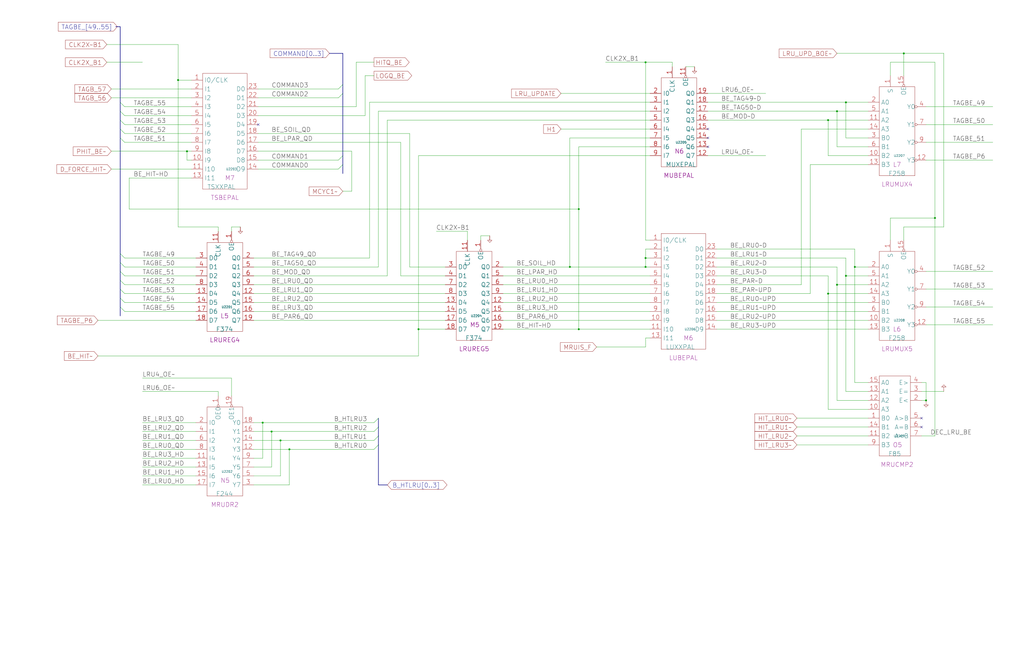
<source format=kicad_sch>
(kicad_sch (version 20230121) (generator eeschema)
  (paper "User" 584.2 378.46)
  (title_block (title "LRU LOGIC\\nPLANE B_EARLY") (date "08-MAR-90") (rev "0.0") (comment 1 "MEM32 BOARD") (comment 2 "232-003066") (comment 3 "S400") (comment 4 "RELEASED"))
  (lib_symbols
    (symbol "r1000:F244" (pin_names (offset 1.016))
      (property "Reference" "U" (at 2.54 5.08 0))
      (property "Value" "F244" (at -3.81 -7.62 0))
      (property "Location" "___" (at -1.27 0 0))
      (property "Name" "______" (at 1.27 -15.24 0))
      (symbol "F244_1_1"
        (rectangle (start -8.89 41.91) (end 11.43 -8.89))
        (circle (center -2.54 42.545) (radius 0.635))
        (circle (center 5.08 42.545) (radius 0.635))
        (pin input line (at -2.54 48.26 270) (length 5.08) (name "OE0") (number "1"))
        (pin input line (at -15.24 12.7 0) (length 6.35) (name "I4") (number "11"))
        (pin tri_state line (at 17.78 17.78 180) (length 6.35) (name "Y3") (number "12"))
        (pin input line (at -15.24 7.62 0) (length 6.35) (name "I5") (number "13"))
        (pin tri_state line (at 17.78 22.86 180) (length 6.35) (name "Y2") (number "14"))
        (pin input line (at -15.24 2.54 0) (length 6.35) (name "I6") (number "15"))
        (pin tri_state line (at 17.78 27.94 180) (length 6.35) (name "Y1") (number "16"))
        (pin input line (at -15.24 -2.54 0) (length 6.35) (name "I7") (number "17"))
        (pin tri_state line (at 17.78 33.02 180) (length 6.35) (name "Y0") (number "18"))
        (pin input line (at 5.08 48.26 270) (length 5.08) (name "OE1") (number "19"))
        (pin input line (at -15.24 33.02 0) (length 6.35) (name "I0") (number "2"))
        (pin tri_state line (at 17.78 -2.54 180) (length 6.35) (name "Y7") (number "3"))
        (pin input line (at -15.24 27.94 0) (length 6.35) (name "I1") (number "4"))
        (pin tri_state line (at 17.78 2.54 180) (length 6.35) (name "Y6") (number "5"))
        (pin input line (at -15.24 22.86 0) (length 6.35) (name "I2") (number "6"))
        (pin tri_state line (at 17.78 7.62 180) (length 6.35) (name "Y5") (number "7"))
        (pin input line (at -15.24 17.78 0) (length 6.35) (name "I3") (number "8"))
        (pin tri_state line (at 17.78 12.7 180) (length 6.35) (name "Y4") (number "9"))
      )
    )
    (symbol "r1000:F258" (pin_names (offset 1.016))
      (property "Reference" "U" (at 2.54 5.08 0))
      (property "Value" "F258" (at -3.81 -5.08 0))
      (property "Location" "___" (at -1.27 0 0))
      (property "Name" "______" (at 1.27 -12.7 0))
      (symbol "F258_1_1"
        (rectangle (start -8.89 44.45) (end 11.43 -6.35))
        (circle (center 5.08 45.085) (radius 0.635))
        (circle (center 12.065 2.54) (radius 0.635))
        (circle (center 12.065 12.7) (radius 0.635))
        (circle (center 12.065 22.86) (radius 0.635))
        (circle (center 12.065 33.02) (radius 0.635))
        (pin input line (at -2.54 50.8 270) (length 6.35) (name "S") (number "1"))
        (pin input line (at -15.24 5.08 0) (length 6.35) (name "B2") (number "10"))
        (pin input line (at -15.24 25.4 0) (length 6.35) (name "A2") (number "11"))
        (pin tri_state line (at 17.78 2.54 180) (length 5.08) (name "Y3") (number "12"))
        (pin input line (at -15.24 0 0) (length 6.35) (name "B3") (number "13"))
        (pin input line (at -15.24 20.32 0) (length 6.35) (name "A3") (number "14"))
        (pin input line (at 5.08 50.8 270) (length 5.08) (name "OE") (number "15"))
        (pin input line (at -15.24 35.56 0) (length 6.35) (name "A0") (number "2"))
        (pin input line (at -15.24 15.24 0) (length 6.35) (name "B0") (number "3"))
        (pin tri_state line (at 17.78 33.02 180) (length 5.08) (name "Y0") (number "4"))
        (pin input line (at -15.24 30.48 0) (length 6.35) (name "A1") (number "5"))
        (pin input line (at -15.24 10.16 0) (length 6.35) (name "B1") (number "6"))
        (pin tri_state line (at 17.78 22.86 180) (length 5.08) (name "Y1") (number "7"))
        (pin tri_state line (at 17.78 12.7 180) (length 5.08) (name "Y2") (number "9"))
      )
    )
    (symbol "r1000:F374" (pin_names (offset 1.016))
      (property "Reference" "U" (at 2.54 5.08 0))
      (property "Value" "F374" (at -3.81 -7.62 0))
      (property "Location" "___" (at -1.27 0 0))
      (property "Name" "______" (at 1.27 -15.24 0))
      (symbol "F374_1_1"
        (rectangle (start -8.89 41.91) (end 11.43 -8.89))
        (circle (center 5.08 42.545) (radius 0.635))
        (pin input line (at 5.08 48.26 270) (length 5.08) (name "OE") (number "1"))
        (pin input line (at -2.54 48.26 270) (length 6.35) (name "CLK") (number "11"))
        (pin tri_state line (at 17.78 12.7 180) (length 6.35) (name "Q4") (number "12"))
        (pin input line (at -15.24 12.7 0) (length 6.35) (name "D4") (number "13"))
        (pin input line (at -15.24 7.62 0) (length 6.35) (name "D5") (number "14"))
        (pin tri_state line (at 17.78 7.62 180) (length 6.35) (name "Q5") (number "15"))
        (pin tri_state line (at 17.78 2.54 180) (length 6.35) (name "Q6") (number "16"))
        (pin input line (at -15.24 2.54 0) (length 6.35) (name "D6") (number "17"))
        (pin input line (at -15.24 -2.54 0) (length 6.35) (name "D7") (number "18"))
        (pin tri_state line (at 17.78 -2.54 180) (length 6.35) (name "Q7") (number "19"))
        (pin tri_state line (at 17.78 33.02 180) (length 6.35) (name "Q0") (number "2"))
        (pin input line (at -15.24 33.02 0) (length 6.35) (name "D0") (number "3"))
        (pin input line (at -15.24 27.94 0) (length 6.35) (name "D1") (number "4"))
        (pin tri_state line (at 17.78 27.94 180) (length 6.35) (name "Q1") (number "5"))
        (pin tri_state line (at 17.78 22.86 180) (length 6.35) (name "Q2") (number "6"))
        (pin input line (at -15.24 22.86 0) (length 6.35) (name "D2") (number "7"))
        (pin input line (at -15.24 17.78 0) (length 6.35) (name "D3") (number "8"))
        (pin tri_state line (at 17.78 17.78 180) (length 6.35) (name "Q3") (number "9"))
      )
    )
    (symbol "r1000:F85" (pin_names (offset 1.016))
      (property "Reference" "U" (at 2.54 5.08 0))
      (property "Value" "F85" (at -3.81 -5.08 0))
      (property "Location" "___" (at -1.27 0 0))
      (property "Name" "______" (at 1.27 -12.7 0))
      (symbol "F85_1_1"
        (rectangle (start -8.89 39.37) (end 8.89 -6.35))
        (pin input line (at -15.24 15.24 0) (length 6.35) (name "B0") (number "1"))
        (pin input line (at -15.24 20.32 0) (length 6.35) (name "A3") (number "10"))
        (pin input line (at -15.24 5.08 0) (length 6.35) (name "B2") (number "11"))
        (pin input line (at -15.24 25.4 0) (length 6.35) (name "A2") (number "12"))
        (pin input line (at -15.24 30.48 0) (length 6.35) (name "A1") (number "13"))
        (pin input line (at -15.24 10.16 0) (length 6.35) (name "B1") (number "14"))
        (pin input line (at -15.24 35.56 0) (length 6.35) (name "A0") (number "15"))
        (pin input line (at 15.24 25.4 180) (length 6.35) (name "E<") (number "2"))
        (pin input line (at 15.24 30.48 180) (length 6.35) (name "E=") (number "3"))
        (pin input line (at 15.24 35.56 180) (length 6.35) (name "E>") (number "4"))
        (pin output line (at 15.24 15.24 180) (length 6.35) (name "A>B") (number "5"))
        (pin output line (at 15.24 10.16 180) (length 6.35) (name "A=B") (number "6"))
        (pin output line (at 15.24 5.08 180) (length 6.35) (name "A<B") (number "7"))
        (pin input line (at -15.24 0 0) (length 6.35) (name "B3") (number "9"))
      )
    )
    (symbol "r1000:LUXXPAL" (pin_names (offset 1.016))
      (property "Reference" "U" (at 2.54 5.08 0))
      (property "Value" "LUXXPAL" (at -11.43 -5.08 0))
      (property "Location" "___" (at -1.27 0 0))
      (property "Name" "______" (at -1.27 -12.7 0))
      (symbol "LUXXPAL_1_1"
        (rectangle (start -13.97 59.69) (end 11.43 -6.35))
        (pin input line (at -20.32 55.88 0) (length 6.35) (name "I0/CLK") (number "1"))
        (pin input line (at -20.32 10.16 0) (length 6.35) (name "I9") (number "10"))
        (pin input line (at -20.32 5.08 0) (length 6.35) (name "I10") (number "11"))
        (pin input line (at -20.32 0 0) (length 6.35) (name "I11") (number "13"))
        (pin output line (at 17.78 5.08 180) (length 6.35) (name "D9") (number "14"))
        (pin output line (at 17.78 10.16 180) (length 6.35) (name "D8") (number "15"))
        (pin output line (at 17.78 15.24 180) (length 6.35) (name "D7") (number "16"))
        (pin output line (at 17.78 20.32 180) (length 6.35) (name "D6") (number "17"))
        (pin output line (at 17.78 25.4 180) (length 6.35) (name "D5") (number "18"))
        (pin output line (at 17.78 30.48 180) (length 6.35) (name "D4") (number "19"))
        (pin input line (at -20.32 50.8 0) (length 6.35) (name "I1") (number "2"))
        (pin output line (at 17.78 35.56 180) (length 6.35) (name "D3") (number "20"))
        (pin output line (at 17.78 40.64 180) (length 6.35) (name "D2") (number "21"))
        (pin output line (at 17.78 45.72 180) (length 6.35) (name "D1") (number "22"))
        (pin output line (at 17.78 50.8 180) (length 6.35) (name "D0") (number "23"))
        (pin input line (at -20.32 45.72 0) (length 6.35) (name "I2") (number "3"))
        (pin input line (at -20.32 40.64 0) (length 6.35) (name "I3") (number "4"))
        (pin input line (at -20.32 35.56 0) (length 6.35) (name "I4") (number "5"))
        (pin input line (at -20.32 30.48 0) (length 6.35) (name "I5") (number "6"))
        (pin input line (at -20.32 25.4 0) (length 6.35) (name "I6") (number "7"))
        (pin input line (at -20.32 20.32 0) (length 6.35) (name "I7") (number "8"))
        (pin input line (at -20.32 15.24 0) (length 6.35) (name "I8") (number "9"))
      )
    )
    (symbol "r1000:MUXEPAL" (pin_names (offset 1.016))
      (property "Reference" "U" (at 2.54 5.08 0))
      (property "Value" "MUXEPAL" (at -6.35 -7.62 0))
      (property "Location" "___" (at -1.27 0 0))
      (property "Name" "______" (at 1.27 -15.24 0))
      (symbol "MUXEPAL_1_1"
        (rectangle (start -8.89 41.91) (end 11.43 -8.89))
        (circle (center 5.08 42.545) (radius 0.635))
        (pin input line (at -2.54 48.26 270) (length 6.35) (name "CLK") (number "1"))
        (pin input line (at 5.08 48.26 270) (length 5.08) (name "OE") (number "11"))
        (pin output line (at 17.78 -2.54 180) (length 6.35) (name "Q7") (number "12"))
        (pin output line (at 17.78 2.54 180) (length 6.35) (name "Q6") (number "13"))
        (pin output line (at 17.78 7.62 180) (length 6.35) (name "Q5") (number "14"))
        (pin output line (at 17.78 12.7 180) (length 6.35) (name "Q4") (number "15"))
        (pin output line (at 17.78 17.78 180) (length 6.35) (name "Q3") (number "16"))
        (pin output line (at 17.78 22.86 180) (length 6.35) (name "Q2") (number "17"))
        (pin output line (at 17.78 27.94 180) (length 6.35) (name "Q1") (number "18"))
        (pin output line (at 17.78 33.02 180) (length 6.35) (name "Q0") (number "19"))
        (pin input line (at -15.24 33.02 0) (length 6.35) (name "I0") (number "2"))
        (pin input line (at -15.24 27.94 0) (length 6.35) (name "I1") (number "3"))
        (pin input line (at -15.24 22.86 0) (length 6.35) (name "I2") (number "4"))
        (pin input line (at -15.24 17.78 0) (length 6.35) (name "I3") (number "5"))
        (pin input line (at -15.24 12.7 0) (length 6.35) (name "I4") (number "6"))
        (pin input line (at -15.24 7.62 0) (length 6.35) (name "I5") (number "7"))
        (pin input line (at -15.24 2.54 0) (length 6.35) (name "I6") (number "8"))
        (pin input line (at -15.24 -2.54 0) (length 6.35) (name "I7") (number "9"))
      )
    )
    (symbol "r1000:PD" (power) (pin_numbers hide) (pin_names hide) (in_bom no)
      (symbol "PD_0_1"
        (polyline (pts (xy 0 -2.54) (xy 1.27 -2.54) (xy 0 -3.81) (xy -1.27 -2.54) (xy 0 -2.54)) (stroke (width 0.1524)))
      )
      (symbol "PD_1_1"
        (pin power_in line (at 0 0 270) (length 2.54) (name "PD") (number "1"))
      )
    )
    (symbol "r1000:PU" (power) (pin_numbers hide) (pin_names hide)
      (symbol "PU_0_1"
        (polyline (pts (xy 0 2.54) (xy -1.27 2.54) (xy 0 3.81) (xy 1.27 2.54) (xy 0 2.54)) (stroke (width 0.1524)))
      )
      (symbol "PU_1_1"
        (pin power_in line (at 0 0 90) (length 2.54) (name "PU") (number "1"))
      )
    )
    (symbol "r1000:TSXXPAL" (pin_names (offset 1.016))
      (property "Reference" "U" (at 2.54 5.08 0))
      (property "Value" "TSXXPAL" (at -11.43 -5.08 0))
      (property "Location" "___" (at -1.27 0 0))
      (property "Name" "______" (at -1.27 -12.7 0))
      (symbol "TSXXPAL_1_1"
        (rectangle (start -13.97 59.69) (end 11.43 -6.35))
        (pin input line (at -20.32 55.88 0) (length 6.35) (name "I0/CLK") (number "1"))
        (pin input line (at -20.32 10.16 0) (length 6.35) (name "I9") (number "10"))
        (pin input line (at -20.32 5.08 0) (length 6.35) (name "I10") (number "11"))
        (pin input line (at -20.32 0 0) (length 6.35) (name "I11") (number "13"))
        (pin input line (at 17.78 5.08 180) (length 6.35) (name "D9") (number "14"))
        (pin input line (at 17.78 10.16 180) (length 6.35) (name "D8") (number "15"))
        (pin input line (at 17.78 15.24 180) (length 6.35) (name "D7") (number "16"))
        (pin output line (at 17.78 20.32 180) (length 6.35) (name "D6") (number "17"))
        (pin output line (at 17.78 25.4 180) (length 6.35) (name "D5") (number "18"))
        (pin output line (at 17.78 30.48 180) (length 6.35) (name "D4") (number "19"))
        (pin input line (at -20.32 50.8 0) (length 6.35) (name "I1") (number "2"))
        (pin output line (at 17.78 35.56 180) (length 6.35) (name "D3") (number "20"))
        (pin output line (at 17.78 40.64 180) (length 6.35) (name "D2") (number "21"))
        (pin input line (at 17.78 45.72 180) (length 6.35) (name "D1") (number "22"))
        (pin input line (at 17.78 50.8 180) (length 6.35) (name "D0") (number "23"))
        (pin input line (at -20.32 45.72 0) (length 6.35) (name "I2") (number "3"))
        (pin input line (at -20.32 40.64 0) (length 6.35) (name "I3") (number "4"))
        (pin input line (at -20.32 35.56 0) (length 6.35) (name "I4") (number "5"))
        (pin input line (at -20.32 30.48 0) (length 6.35) (name "I5") (number "6"))
        (pin input line (at -20.32 25.4 0) (length 6.35) (name "I6") (number "7"))
        (pin input line (at -20.32 20.32 0) (length 6.35) (name "I7") (number "8"))
        (pin input line (at -20.32 15.24 0) (length 6.35) (name "I8") (number "9"))
      )
    )
  )
  (junction (at 368.3 152.4))
  (junction (at 472.44 167.64))
  (junction (at 160.02 251.46))
  (junction (at 533.4 124.46))
  (junction (at 368.3 35.56))
  (junction (at 515.62 30.48))
  (junction (at 101.6 45.72))
  (junction (at 477.52 162.56))
  (junction (at 472.44 68.58))
  (junction (at 325.12 152.4))
  (junction (at 149.86 241.3))
  (junction (at 154.94 246.38))
  (junction (at 477.52 63.5))
  (junction (at 106.68 86.36))
  (junction (at 238.76 187.96))
  (junction (at 487.68 152.4))
  (junction (at 330.2 119.38))
  (junction (at 330.2 187.96))
  (junction (at 165.1 256.54))
  (junction (at 528.32 228.6))
  (junction (at 368.3 147.32))
  (junction (at 482.6 157.48))
  (junction (at 482.6 58.42))
  (no_connect (at 147.32 71.12))
  (no_connect (at 525.78 243.84))
  (no_connect (at 403.86 78.74))
  (no_connect (at 403.86 83.82))
  (no_connect (at 403.86 73.66))
  (no_connect (at 525.78 238.76))
  (bus_entry (at 68.58 144.78) (size 2.54 2.54))
  (bus_entry (at 195.58 48.26) (size -2.54 2.54))
  (bus_entry (at 68.58 68.58) (size 2.54 2.54))
  (bus_entry (at 68.58 149.86) (size 2.54 2.54))
  (bus_entry (at 68.58 78.74) (size 2.54 2.54))
  (bus_entry (at 195.58 53.34) (size -2.54 2.54))
  (bus_entry (at 68.58 175.26) (size 2.54 2.54))
  (bus_entry (at 215.9 254) (size -2.54 2.54))
  (bus_entry (at 68.58 170.18) (size 2.54 2.54))
  (bus_entry (at 195.58 93.98) (size -2.54 2.54))
  (bus_entry (at 68.58 58.42) (size 2.54 2.54))
  (bus_entry (at 215.9 238.76) (size -2.54 2.54))
  (bus_entry (at 68.58 73.66) (size 2.54 2.54))
  (bus_entry (at 68.58 63.5) (size 2.54 2.54))
  (bus_entry (at 195.58 88.9) (size -2.54 2.54))
  (bus_entry (at 68.58 154.94) (size 2.54 2.54))
  (bus_entry (at 68.58 160.02) (size 2.54 2.54))
  (bus_entry (at 215.9 243.84) (size -2.54 2.54))
  (bus_entry (at 68.58 165.1) (size 2.54 2.54))
  (bus_entry (at 215.9 248.92) (size -2.54 2.54))
  (wire (pts (xy 340.36 198.12) (xy 368.3 198.12)))
  (wire (pts (xy 528.32 175.26) (xy 566.42 175.26)))
  (wire (pts (xy 487.68 142.24) (xy 487.68 152.4)))
  (wire (pts (xy 482.6 147.32) (xy 408.94 147.32)))
  (wire (pts (xy 528.32 60.96) (xy 566.42 60.96)))
  (wire (pts (xy 325.12 152.4) (xy 325.12 78.74)))
  (wire (pts (xy 538.48 129.54) (xy 538.48 30.48)))
  (wire (pts (xy 487.68 152.4) (xy 495.3 152.4)))
  (wire (pts (xy 345.44 35.56) (xy 368.3 35.56)))
  (wire (pts (xy 147.32 76.2) (xy 233.68 76.2)))
  (wire (pts (xy 165.1 276.86) (xy 165.1 256.54)))
  (wire (pts (xy 528.32 81.28) (xy 566.42 81.28)))
  (wire (pts (xy 330.2 83.82) (xy 370.84 83.82)))
  (wire (pts (xy 403.86 88.9) (xy 436.88 88.9)))
  (bus (pts (xy 195.58 93.98) (xy 195.58 99.06)))
  (wire (pts (xy 144.78 241.3) (xy 149.86 241.3)))
  (wire (pts (xy 408.94 167.64) (xy 462.28 167.64)))
  (bus (pts (xy 68.58 160.02) (xy 68.58 165.1)))
  (wire (pts (xy 320.04 73.66) (xy 370.84 73.66)))
  (wire (pts (xy 462.28 93.98) (xy 495.3 93.98)))
  (wire (pts (xy 368.3 147.32) (xy 368.3 152.4)))
  (wire (pts (xy 266.7 132.08) (xy 266.7 137.16)))
  (wire (pts (xy 60.96 35.56) (xy 81.28 35.56)))
  (wire (pts (xy 210.82 147.32) (xy 144.78 147.32)))
  (wire (pts (xy 477.52 63.5) (xy 477.52 83.82)))
  (wire (pts (xy 482.6 58.42) (xy 495.3 58.42)))
  (wire (pts (xy 454.66 238.76) (xy 495.3 238.76)))
  (wire (pts (xy 383.54 35.56) (xy 383.54 38.1)))
  (wire (pts (xy 287.02 187.96) (xy 330.2 187.96)))
  (wire (pts (xy 408.94 142.24) (xy 487.68 142.24)))
  (bus (pts (xy 68.58 165.1) (xy 68.58 170.18)))
  (wire (pts (xy 495.3 73.66) (xy 457.2 73.66)))
  (bus (pts (xy 68.58 68.58) (xy 68.58 73.66)))
  (wire (pts (xy 454.66 243.84) (xy 495.3 243.84)))
  (wire (pts (xy 370.84 137.16) (xy 368.3 137.16)))
  (wire (pts (xy 228.6 157.48) (xy 228.6 81.28)))
  (wire (pts (xy 482.6 157.48) (xy 482.6 147.32)))
  (wire (pts (xy 203.2 35.56) (xy 213.36 35.56)))
  (wire (pts (xy 71.12 76.2) (xy 109.22 76.2)))
  (wire (pts (xy 477.52 152.4) (xy 477.52 162.56)))
  (wire (pts (xy 215.9 63.5) (xy 370.84 63.5)))
  (wire (pts (xy 408.94 187.96) (xy 495.3 187.96)))
  (bus (pts (xy 68.58 149.86) (xy 68.58 154.94)))
  (wire (pts (xy 63.5 96.52) (xy 109.22 96.52)))
  (wire (pts (xy 462.28 167.64) (xy 462.28 93.98)))
  (wire (pts (xy 477.52 30.48) (xy 515.62 30.48)))
  (bus (pts (xy 195.58 53.34) (xy 195.58 88.9)))
  (wire (pts (xy 368.3 152.4) (xy 370.84 152.4)))
  (wire (pts (xy 368.3 193.04) (xy 370.84 193.04)))
  (wire (pts (xy 144.78 177.8) (xy 254 177.8)))
  (wire (pts (xy 330.2 187.96) (xy 370.84 187.96)))
  (wire (pts (xy 144.78 251.46) (xy 160.02 251.46)))
  (wire (pts (xy 160.02 251.46) (xy 213.36 251.46)))
  (wire (pts (xy 144.78 271.78) (xy 160.02 271.78)))
  (wire (pts (xy 144.78 266.7) (xy 154.94 266.7)))
  (wire (pts (xy 154.94 246.38) (xy 213.36 246.38)))
  (wire (pts (xy 73.66 101.6) (xy 109.22 101.6)))
  (wire (pts (xy 106.68 86.36) (xy 109.22 86.36)))
  (wire (pts (xy 477.52 162.56) (xy 477.52 228.6)))
  (wire (pts (xy 81.28 246.38) (xy 111.76 246.38)))
  (wire (pts (xy 144.78 276.86) (xy 165.1 276.86)))
  (wire (pts (xy 165.1 256.54) (xy 213.36 256.54)))
  (wire (pts (xy 477.52 63.5) (xy 495.3 63.5)))
  (wire (pts (xy 508 124.46) (xy 508 137.16)))
  (wire (pts (xy 325.12 152.4) (xy 368.3 152.4)))
  (wire (pts (xy 482.6 223.52) (xy 482.6 157.48)))
  (bus (pts (xy 68.58 15.24) (xy 68.58 58.42)))
  (wire (pts (xy 454.66 254) (xy 495.3 254)))
  (wire (pts (xy 71.12 167.64) (xy 111.76 167.64)))
  (wire (pts (xy 528.32 165.1) (xy 566.42 165.1)))
  (wire (pts (xy 81.28 276.86) (xy 111.76 276.86)))
  (wire (pts (xy 81.28 215.9) (xy 132.08 215.9)))
  (wire (pts (xy 287.02 152.4) (xy 325.12 152.4)))
  (wire (pts (xy 71.12 66.04) (xy 109.22 66.04)))
  (wire (pts (xy 403.86 68.58) (xy 472.44 68.58)))
  (bus (pts (xy 187.96 30.48) (xy 195.58 30.48)))
  (bus (pts (xy 215.9 238.76) (xy 215.9 243.84)))
  (wire (pts (xy 330.2 119.38) (xy 330.2 83.82)))
  (wire (pts (xy 248.92 132.08) (xy 266.7 132.08)))
  (wire (pts (xy 200.66 109.22) (xy 200.66 86.36)))
  (wire (pts (xy 528.32 71.12) (xy 566.42 71.12)))
  (bus (pts (xy 215.9 243.84) (xy 215.9 248.92)))
  (wire (pts (xy 144.78 162.56) (xy 254 162.56)))
  (wire (pts (xy 63.5 55.88) (xy 109.22 55.88)))
  (wire (pts (xy 144.78 182.88) (xy 254 182.88)))
  (wire (pts (xy 81.28 261.62) (xy 111.76 261.62)))
  (wire (pts (xy 454.66 248.92) (xy 495.3 248.92)))
  (wire (pts (xy 274.32 134.62) (xy 274.32 137.16)))
  (wire (pts (xy 124.46 129.54) (xy 101.6 129.54)))
  (wire (pts (xy 320.04 53.34) (xy 370.84 53.34)))
  (wire (pts (xy 144.78 246.38) (xy 154.94 246.38)))
  (wire (pts (xy 124.46 132.08) (xy 124.46 129.54)))
  (wire (pts (xy 71.12 81.28) (xy 109.22 81.28)))
  (bus (pts (xy 68.58 170.18) (xy 68.58 175.26)))
  (wire (pts (xy 154.94 266.7) (xy 154.94 246.38)))
  (wire (pts (xy 482.6 157.48) (xy 495.3 157.48)))
  (wire (pts (xy 330.2 187.96) (xy 330.2 119.38)))
  (wire (pts (xy 508 35.56) (xy 508 43.18)))
  (wire (pts (xy 81.28 271.78) (xy 111.76 271.78)))
  (wire (pts (xy 391.16 38.1) (xy 396.24 38.1)))
  (wire (pts (xy 144.78 152.4) (xy 215.9 152.4)))
  (bus (pts (xy 68.58 58.42) (xy 68.58 63.5)))
  (wire (pts (xy 287.02 172.72) (xy 370.84 172.72)))
  (wire (pts (xy 101.6 25.4) (xy 101.6 45.72)))
  (wire (pts (xy 71.12 147.32) (xy 111.76 147.32)))
  (wire (pts (xy 495.3 233.68) (xy 472.44 233.68)))
  (wire (pts (xy 238.76 203.2) (xy 238.76 187.96)))
  (wire (pts (xy 101.6 45.72) (xy 109.22 45.72)))
  (wire (pts (xy 220.98 68.58) (xy 220.98 157.48)))
  (wire (pts (xy 147.32 60.96) (xy 203.2 60.96)))
  (wire (pts (xy 147.32 55.88) (xy 193.04 55.88)))
  (wire (pts (xy 368.3 142.24) (xy 368.3 147.32)))
  (wire (pts (xy 477.52 228.6) (xy 495.3 228.6)))
  (wire (pts (xy 457.2 73.66) (xy 457.2 162.56)))
  (wire (pts (xy 525.78 223.52) (xy 538.48 223.52)))
  (wire (pts (xy 71.12 71.12) (xy 109.22 71.12)))
  (wire (pts (xy 525.78 218.44) (xy 528.32 218.44)))
  (wire (pts (xy 149.86 261.62) (xy 149.86 241.3)))
  (wire (pts (xy 487.68 218.44) (xy 495.3 218.44)))
  (bus (pts (xy 68.58 144.78) (xy 68.58 149.86)))
  (wire (pts (xy 495.3 88.9) (xy 472.44 88.9)))
  (wire (pts (xy 287.02 157.48) (xy 370.84 157.48)))
  (wire (pts (xy 254 157.48) (xy 228.6 157.48)))
  (wire (pts (xy 71.12 162.56) (xy 111.76 162.56)))
  (wire (pts (xy 213.36 43.18) (xy 208.28 43.18)))
  (bus (pts (xy 66.04 15.24) (xy 68.58 15.24)))
  (wire (pts (xy 370.84 58.42) (xy 210.82 58.42)))
  (wire (pts (xy 408.94 162.56) (xy 457.2 162.56)))
  (bus (pts (xy 68.58 175.26) (xy 68.58 180.34)))
  (wire (pts (xy 370.84 142.24) (xy 368.3 142.24)))
  (wire (pts (xy 238.76 187.96) (xy 254 187.96)))
  (wire (pts (xy 144.78 261.62) (xy 149.86 261.62)))
  (wire (pts (xy 71.12 152.4) (xy 111.76 152.4)))
  (wire (pts (xy 144.78 172.72) (xy 254 172.72)))
  (wire (pts (xy 63.5 86.36) (xy 106.68 86.36)))
  (wire (pts (xy 287.02 167.64) (xy 370.84 167.64)))
  (wire (pts (xy 81.28 266.7) (xy 111.76 266.7)))
  (wire (pts (xy 330.2 119.38) (xy 73.66 119.38)))
  (wire (pts (xy 160.02 271.78) (xy 160.02 251.46)))
  (wire (pts (xy 147.32 50.8) (xy 193.04 50.8)))
  (wire (pts (xy 370.84 68.58) (xy 220.98 68.58)))
  (wire (pts (xy 228.6 81.28) (xy 147.32 81.28)))
  (wire (pts (xy 472.44 88.9) (xy 472.44 68.58)))
  (wire (pts (xy 71.12 60.96) (xy 109.22 60.96)))
  (wire (pts (xy 408.94 172.72) (xy 495.3 172.72)))
  (bus (pts (xy 195.58 88.9) (xy 195.58 93.98)))
  (wire (pts (xy 368.3 35.56) (xy 383.54 35.56)))
  (wire (pts (xy 515.62 129.54) (xy 538.48 129.54)))
  (wire (pts (xy 528.32 154.94) (xy 566.42 154.94)))
  (wire (pts (xy 149.86 241.3) (xy 213.36 241.3)))
  (wire (pts (xy 472.44 167.64) (xy 472.44 157.48)))
  (wire (pts (xy 368.3 35.56) (xy 368.3 137.16)))
  (wire (pts (xy 287.02 162.56) (xy 370.84 162.56)))
  (wire (pts (xy 81.28 241.3) (xy 111.76 241.3)))
  (wire (pts (xy 106.68 91.44) (xy 106.68 86.36)))
  (wire (pts (xy 533.4 248.92) (xy 533.4 124.46)))
  (wire (pts (xy 147.32 96.52) (xy 193.04 96.52)))
  (wire (pts (xy 472.44 233.68) (xy 472.44 167.64)))
  (wire (pts (xy 279.4 134.62) (xy 274.32 134.62)))
  (wire (pts (xy 525.78 248.92) (xy 533.4 248.92)))
  (wire (pts (xy 60.96 25.4) (xy 101.6 25.4)))
  (wire (pts (xy 215.9 152.4) (xy 215.9 63.5)))
  (wire (pts (xy 495.3 223.52) (xy 482.6 223.52)))
  (wire (pts (xy 220.98 157.48) (xy 144.78 157.48)))
  (wire (pts (xy 63.5 50.8) (xy 109.22 50.8)))
  (wire (pts (xy 408.94 152.4) (xy 477.52 152.4)))
  (wire (pts (xy 472.44 167.64) (xy 495.3 167.64)))
  (wire (pts (xy 495.3 78.74) (xy 482.6 78.74)))
  (wire (pts (xy 528.32 185.42) (xy 566.42 185.42)))
  (wire (pts (xy 210.82 58.42) (xy 210.82 147.32)))
  (bus (pts (xy 195.58 48.26) (xy 195.58 53.34)))
  (wire (pts (xy 73.66 119.38) (xy 73.66 101.6)))
  (bus (pts (xy 68.58 154.94) (xy 68.58 160.02)))
  (wire (pts (xy 515.62 30.48) (xy 515.62 43.18)))
  (wire (pts (xy 101.6 45.72) (xy 101.6 129.54)))
  (bus (pts (xy 68.58 63.5) (xy 68.58 68.58)))
  (wire (pts (xy 147.32 91.44) (xy 193.04 91.44)))
  (wire (pts (xy 533.4 35.56) (xy 508 35.56)))
  (wire (pts (xy 144.78 256.54) (xy 165.1 256.54)))
  (wire (pts (xy 477.52 162.56) (xy 495.3 162.56)))
  (wire (pts (xy 238.76 88.9) (xy 238.76 187.96)))
  (wire (pts (xy 368.3 147.32) (xy 370.84 147.32)))
  (bus (pts (xy 195.58 30.48) (xy 195.58 48.26)))
  (wire (pts (xy 472.44 157.48) (xy 408.94 157.48)))
  (wire (pts (xy 472.44 68.58) (xy 495.3 68.58)))
  (wire (pts (xy 124.46 223.52) (xy 124.46 226.06)))
  (wire (pts (xy 403.86 53.34) (xy 436.88 53.34)))
  (wire (pts (xy 528.32 218.44) (xy 528.32 228.6)))
  (wire (pts (xy 81.28 256.54) (xy 111.76 256.54)))
  (bus (pts (xy 68.58 78.74) (xy 68.58 144.78)))
  (wire (pts (xy 408.94 177.8) (xy 495.3 177.8)))
  (wire (pts (xy 233.68 152.4) (xy 254 152.4)))
  (wire (pts (xy 487.68 152.4) (xy 487.68 218.44)))
  (bus (pts (xy 68.58 73.66) (xy 68.58 78.74)))
  (wire (pts (xy 132.08 215.9) (xy 132.08 226.06)))
  (wire (pts (xy 203.2 60.96) (xy 203.2 35.56)))
  (wire (pts (xy 233.68 76.2) (xy 233.68 152.4)))
  (wire (pts (xy 144.78 167.64) (xy 254 167.64)))
  (wire (pts (xy 403.86 63.5) (xy 477.52 63.5)))
  (wire (pts (xy 71.12 157.48) (xy 111.76 157.48)))
  (wire (pts (xy 132.08 129.54) (xy 132.08 132.08)))
  (wire (pts (xy 208.28 66.04) (xy 147.32 66.04)))
  (wire (pts (xy 325.12 78.74) (xy 370.84 78.74)))
  (wire (pts (xy 109.22 91.44) (xy 106.68 91.44)))
  (wire (pts (xy 515.62 30.48) (xy 538.48 30.48)))
  (wire (pts (xy 287.02 182.88) (xy 370.84 182.88)))
  (wire (pts (xy 408.94 182.88) (xy 495.3 182.88)))
  (wire (pts (xy 515.62 137.16) (xy 515.62 129.54)))
  (wire (pts (xy 482.6 58.42) (xy 482.6 78.74)))
  (bus (pts (xy 215.9 248.92) (xy 215.9 254)))
  (wire (pts (xy 533.4 124.46) (xy 533.4 35.56)))
  (wire (pts (xy 55.88 203.2) (xy 238.76 203.2)))
  (wire (pts (xy 195.58 109.22) (xy 200.66 109.22)))
  (wire (pts (xy 71.12 177.8) (xy 111.76 177.8)))
  (wire (pts (xy 533.4 124.46) (xy 508 124.46)))
  (wire (pts (xy 208.28 43.18) (xy 208.28 66.04)))
  (wire (pts (xy 525.78 228.6) (xy 528.32 228.6)))
  (wire (pts (xy 477.52 83.82) (xy 495.3 83.82)))
  (wire (pts (xy 137.16 129.54) (xy 132.08 129.54)))
  (wire (pts (xy 287.02 177.8) (xy 370.84 177.8)))
  (bus (pts (xy 215.9 276.86) (xy 220.98 276.86)))
  (wire (pts (xy 403.86 58.42) (xy 482.6 58.42)))
  (wire (pts (xy 200.66 86.36) (xy 147.32 86.36)))
  (wire (pts (xy 71.12 172.72) (xy 111.76 172.72)))
  (wire (pts (xy 370.84 88.9) (xy 238.76 88.9)))
  (wire (pts (xy 81.28 251.46) (xy 111.76 251.46)))
  (wire (pts (xy 368.3 198.12) (xy 368.3 193.04)))
  (bus (pts (xy 215.9 254) (xy 215.9 276.86)))
  (wire (pts (xy 55.88 182.88) (xy 111.76 182.88)))
  (wire (pts (xy 81.28 223.52) (xy 124.46 223.52)))
  (wire (pts (xy 528.32 91.44) (xy 566.42 91.44)))
  (label "LRU4_OE~" (at 81.28 215.9 0) (effects (font (size 2.54 2.54))))
  (label "BE_LRU3_HD" (at 294.64 177.8 0) (effects (font (size 2.54 2.54))))
  (label "BE_LRU0_QD" (at 81.28 256.54 0) (effects (font (size 2.54 2.54))))
  (label "BE_HIT~HD" (at 294.64 187.96 0) (effects (font (size 2.54 2.54))))
  (label "BE_LRU2_HD" (at 294.64 172.72 0) (effects (font (size 2.54 2.54))))
  (label "BE_LRU2_QD" (at 81.28 246.38 0) (effects (font (size 2.54 2.54))))
  (label "B_HTLRU3" (at 190.5 241.3 0) (effects (font (size 2.54 2.54))))
  (label "BE_LRU1_QD" (at 81.28 251.46 0) (effects (font (size 2.54 2.54))))
  (label "TAGBE_54" (at 81.28 172.72 0) (effects (font (size 2.54 2.54))))
  (label "B_HTLRU0" (at 190.5 256.54 0) (effects (font (size 2.54 2.54))))
  (label "TAGBE_55" (at 81.28 177.8 0) (effects (font (size 2.54 2.54))))
  (label "BE_LRU1_QD" (at 154.94 167.64 0) (effects (font (size 2.54 2.54))))
  (label "COMMAND1" (at 154.94 91.44 0) (effects (font (size 2.54 2.54))))
  (label "TAGBE_55" (at 543.56 185.42 0) (effects (font (size 2.54 2.54))))
  (label "BE_LRU2_HD" (at 81.28 266.7 0) (effects (font (size 2.54 2.54))))
  (label "BE_TAG50_QD" (at 154.94 152.4 0) (effects (font (size 2.54 2.54))))
  (label "TAGBE_52" (at 81.28 162.56 0) (effects (font (size 2.54 2.54))))
  (label "BE_LRU0_QD" (at 154.94 162.56 0) (effects (font (size 2.54 2.54))))
  (label "BE_SOIL_HD" (at 294.64 152.4 0) (effects (font (size 2.54 2.54))))
  (label "LRU4_OE~" (at 411.48 88.9 0) (effects (font (size 2.54 2.54))))
  (label "BE_LRU1_HD" (at 294.64 167.64 0) (effects (font (size 2.54 2.54))))
  (label "BE_LPAR_QD" (at 154.94 81.28 0) (effects (font (size 2.54 2.54))))
  (label "BE_PAR~UPD" (at 416.56 167.64 0) (effects (font (size 2.54 2.54))))
  (label "TAGBE_53" (at 543.56 165.1 0) (effects (font (size 2.54 2.54))))
  (label "TAGBE_53" (at 81.28 167.64 0) (effects (font (size 2.54 2.54))))
  (label "BE_LRU3_QD" (at 154.94 177.8 0) (effects (font (size 2.54 2.54))))
  (label "BE_MOD_QD" (at 154.94 157.48 0) (effects (font (size 2.54 2.54))))
  (label "TAGBE_54" (at 76.2 66.04 0) (effects (font (size 2.54 2.54))))
  (label "BE_LRU0_HD" (at 81.28 276.86 0) (effects (font (size 2.54 2.54))))
  (label "TAGBE_50" (at 81.28 152.4 0) (effects (font (size 2.54 2.54))))
  (label "TAGBE_55" (at 76.2 60.96 0) (effects (font (size 2.54 2.54))))
  (label "BE_PAR6_QD" (at 154.94 182.88 0) (effects (font (size 2.54 2.54))))
  (label "TAGBE_49" (at 81.28 147.32 0) (effects (font (size 2.54 2.54))))
  (label "BE_TAG49~D" (at 411.48 58.42 0) (effects (font (size 2.54 2.54))))
  (label "CLK2X~B1" (at 248.92 132.08 0) (effects (font (size 2.54 2.54))))
  (label "BE_PAR~D" (at 416.56 162.56 0) (effects (font (size 2.54 2.54))))
  (label "COMMAND3" (at 154.94 50.8 0) (effects (font (size 2.54 2.54))))
  (label "B_HTLRU2" (at 190.5 246.38 0) (effects (font (size 2.54 2.54))))
  (label "TAGBE_53" (at 76.2 71.12 0) (effects (font (size 2.54 2.54))))
  (label "TAGBE_54" (at 543.56 175.26 0) (effects (font (size 2.54 2.54))))
  (label "DEC_LRU_BE" (at 530.86 248.92 0) (effects (font (size 2.54 2.54))))
  (label "BE_HIT~HD" (at 76.2 101.6 0) (effects (font (size 2.54 2.54))))
  (label "COMMAND2" (at 154.94 55.88 0) (effects (font (size 2.54 2.54))))
  (label "BE_LRU2~UPD" (at 416.56 182.88 0) (effects (font (size 2.54 2.54))))
  (label "BE_LRU3_HD" (at 81.28 261.62 0) (effects (font (size 2.54 2.54))))
  (label "BE_TAG50~D" (at 411.48 63.5 0) (effects (font (size 2.54 2.54))))
  (label "TAGBE_52" (at 76.2 76.2 0) (effects (font (size 2.54 2.54))))
  (label "BE_LRU3~D" (at 416.56 157.48 0) (effects (font (size 2.54 2.54))))
  (label "TAGBE_51" (at 81.28 157.48 0) (effects (font (size 2.54 2.54))))
  (label "TAGBE_51" (at 543.56 81.28 0) (effects (font (size 2.54 2.54))))
  (label "BE_LRU3_QD" (at 81.28 241.3 0) (effects (font (size 2.54 2.54))))
  (label "BE_LRU0_HD" (at 294.64 162.56 0) (effects (font (size 2.54 2.54))))
  (label "BE_LRU1~UPD" (at 416.56 177.8 0) (effects (font (size 2.54 2.54))))
  (label "BE_LRU1~D" (at 416.56 147.32 0) (effects (font (size 2.54 2.54))))
  (label "BE_TAG49_QD" (at 154.94 147.32 0) (effects (font (size 2.54 2.54))))
  (label "TAGBE_49" (at 543.56 60.96 0) (effects (font (size 2.54 2.54))))
  (label "LRU6_OE~" (at 411.48 53.34 0) (effects (font (size 2.54 2.54))))
  (label "TAGBE_51" (at 76.2 81.28 0) (effects (font (size 2.54 2.54))))
  (label "BE_LPAR_HD" (at 294.64 157.48 0) (effects (font (size 2.54 2.54))))
  (label "TAGBE_52" (at 543.56 154.94 0) (effects (font (size 2.54 2.54))))
  (label "B_HTLRU1" (at 190.5 251.46 0) (effects (font (size 2.54 2.54))))
  (label "COMMAND0" (at 154.94 96.52 0) (effects (font (size 2.54 2.54))))
  (label "BE_LRU3~UPD" (at 416.56 187.96 0) (effects (font (size 2.54 2.54))))
  (label "BE_LRU0~UPD" (at 416.56 172.72 0) (effects (font (size 2.54 2.54))))
  (label "BE_LRU0~D" (at 416.56 142.24 0) (effects (font (size 2.54 2.54))))
  (label "CLK2X_B1" (at 345.44 35.56 0) (effects (font (size 2.54 2.54))))
  (label "BE_PAR6_HD" (at 294.64 182.88 0) (effects (font (size 2.54 2.54))))
  (label "BE_LRU2~D" (at 416.56 152.4 0) (effects (font (size 2.54 2.54))))
  (label "TAGBE_P6" (at 543.56 91.44 0) (effects (font (size 2.54 2.54))))
  (label "TAGBE_50" (at 543.56 71.12 0) (effects (font (size 2.54 2.54))))
  (label "BE_LRU1_HD" (at 81.28 271.78 0) (effects (font (size 2.54 2.54))))
  (label "BE_MOD~D" (at 411.48 68.58 0) (effects (font (size 2.54 2.54))))
  (label "BE_SOIL_QD" (at 154.94 76.2 0) (effects (font (size 2.54 2.54))))
  (label "BE_LRU2_QD" (at 154.94 172.72 0) (effects (font (size 2.54 2.54))))
  (label "LRU6_OE~" (at 81.28 223.52 0) (effects (font (size 2.54 2.54))))
  (global_label "HIT_LRU1~" (shape input) (at 454.66 243.84 180) (effects (font (size 2.54 2.54))) (property "Intersheetrefs" "${INTERSHEET_REFS}" (at 430.6026 243.6813 0) (effects (font (size 1.905 1.905)) (justify right))))
  (global_label "TAGB_56" (shape input) (at 63.5 55.88 180) (effects (font (size 2.54 2.54))) (property "Intersheetrefs" "${INTERSHEET_REFS}" (at 42.7083 55.7213 0) (effects (font (size 1.905 1.905)) (justify right))))
  (global_label "LRU_UPD_BOE~" (shape input) (at 477.52 30.48 180) (effects (font (size 2.54 2.54))) (property "Intersheetrefs" "${INTERSHEET_REFS}" (at 444.5121 30.3213 0) (effects (font (size 1.905 1.905)) (justify right))))
  (global_label "LOGQ_BE" (shape output) (at 213.36 43.18 0) (effects (font (size 2.54 2.54))) (property "Intersheetrefs" "${INTERSHEET_REFS}" (at 234.8774 43.0213 0) (effects (font (size 1.905 1.905)) (justify left))))
  (global_label "TAGBE_P6" (shape input) (at 55.88 182.88 180) (effects (font (size 2.54 2.54))) (property "Intersheetrefs" "${INTERSHEET_REFS}" (at 32.6692 182.7213 0) (effects (font (size 1.905 1.905)) (justify right))))
  (global_label "MCYC1~" (shape input) (at 195.58 109.22 180) (effects (font (size 2.54 2.54))) (property "Intersheetrefs" "${INTERSHEET_REFS}" (at 176.3607 109.0613 0) (effects (font (size 1.905 1.905)) (justify right))))
  (global_label "HITQ_BE" (shape output) (at 213.36 35.56 0) (effects (font (size 2.54 2.54))) (property "Intersheetrefs" "${INTERSHEET_REFS}" (at 233.426 35.4013 0) (effects (font (size 1.905 1.905)) (justify left))))
  (global_label "PHIT_BE~" (shape input) (at 63.5 86.36 180) (effects (font (size 2.54 2.54))) (property "Intersheetrefs" "${INTERSHEET_REFS}" (at 41.7407 86.2013 0) (effects (font (size 1.905 1.905)) (justify right))))
  (global_label "MRUIS_F" (shape input) (at 340.36 198.12 180) (effects (font (size 2.54 2.54))) (property "Intersheetrefs" "${INTERSHEET_REFS}" (at 319.6892 197.9613 0) (effects (font (size 1.905 1.905)) (justify right))))
  (global_label "HIT_LRU3~" (shape input) (at 454.66 254 180) (effects (font (size 2.54 2.54))) (property "Intersheetrefs" "${INTERSHEET_REFS}" (at 430.6026 253.8413 0) (effects (font (size 1.905 1.905)) (justify right))))
  (global_label "TAGBE_[49..55]" (shape input) (at 66.9492 15.24 180) (effects (font (size 2.54 2.54))) (property "Intersheetrefs" "${INTERSHEET_REFS}" (at 33.2156 15.0813 0) (effects (font (size 1.905 1.905)) (justify right))))
  (global_label "TAGB_57" (shape input) (at 63.5 50.8 180) (effects (font (size 2.54 2.54))) (property "Intersheetrefs" "${INTERSHEET_REFS}" (at 42.7083 50.6413 0) (effects (font (size 1.905 1.905)) (justify right))))
  (global_label "LRU_UPDATE" (shape input) (at 320.04 53.34 180) (effects (font (size 2.54 2.54))) (property "Intersheetrefs" "${INTERSHEET_REFS}" (at 291.8702 53.1813 0) (effects (font (size 1.905 1.905)) (justify right))))
  (global_label "BE_HIT~" (shape input) (at 55.88 203.2 180) (effects (font (size 2.54 2.54))) (property "Intersheetrefs" "${INTERSHEET_REFS}" (at 36.6607 203.0413 0) (effects (font (size 1.905 1.905)) (justify right))))
  (global_label "CLK2X~B1" (shape input) (at 60.96 25.4 180) (effects (font (size 2.54 2.54))) (property "Intersheetrefs" "${INTERSHEET_REFS}" (at 37.3864 25.2413 0) (effects (font (size 1.905 1.905)) (justify right))))
  (global_label "COMMAND[0..3]" (shape input) (at 187.96 30.48 180) (effects (font (size 2.54 2.54))) (property "Intersheetrefs" "${INTERSHEET_REFS}" (at 154.1054 30.3213 0) (effects (font (size 1.905 1.905)) (justify right))))
  (global_label "CLK2X_B1" (shape input) (at 60.96 35.56 180) (effects (font (size 2.54 2.54))) (property "Intersheetrefs" "${INTERSHEET_REFS}" (at 37.2654 35.4013 0) (effects (font (size 1.905 1.905)) (justify right))))
  (global_label "HIT_LRU0~" (shape input) (at 454.66 238.76 180) (effects (font (size 2.54 2.54))) (property "Intersheetrefs" "${INTERSHEET_REFS}" (at 430.6026 238.6013 0) (effects (font (size 1.905 1.905)) (justify right))))
  (global_label "B_HTLRU[0..3]" (shape bidirectional) (at 220.98 276.86 0) (effects (font (size 2.54 2.54))) (property "Intersheetrefs" "${INTERSHEET_REFS}" (at 252.7784 276.7013 0) (effects (font (size 1.905 1.905)) (justify left))))
  (global_label "D_FORCE_HIT~" (shape input) (at 63.5 96.52 180) (effects (font (size 2.54 2.54))) (property "Intersheetrefs" "${INTERSHEET_REFS}" (at 32.4273 96.3613 0) (effects (font (size 1.905 1.905)) (justify right))))
  (global_label "HIT_LRU2~" (shape input) (at 454.66 248.92 180) (effects (font (size 2.54 2.54))) (property "Intersheetrefs" "${INTERSHEET_REFS}" (at 430.6026 248.7613 0) (effects (font (size 1.905 1.905)) (justify right))))
  (global_label "H1" (shape input) (at 320.04 73.66 180) (effects (font (size 2.54 2.54))) (property "Intersheetrefs" "${INTERSHEET_REFS}" (at 310.134 73.5013 0) (effects (font (size 1.905 1.905)) (justify right))))
  (symbol (lib_id "r1000:PD") (at 137.16 129.54 0) (unit 1) (in_bom no)
    (property "Reference" "#PWR0167" (effects hide))
    (property "Value" "PD" (effects hide))
  )
  (symbol (lib_id "r1000:PD") (at 528.32 228.6 0) (unit 1) (in_bom no)
    (property "Reference" "#PWR0155" (effects hide))
    (property "Value" "PD" (effects hide))
  )
  (symbol (lib_id "r1000:PU") (at 538.48 223.52 0) (unit 1)
    (property "Reference" "#PWR0154" (effects hide))
    (property "Value" "PU" (effects hide))
  )
  (symbol (lib_id "r1000:F85") (at 510.54 254 0) (unit 1)
    (property "Reference" "U2209" (at 513.08 248.92 0))
    (property "Value" "F85" (at 506.73 259.08 0) (effects (font (size 2.54 2.54)) (justify left)))
    (property "Location" "O5" (at 509.27 254 0) (effects (font (size 2.54 2.54)) (justify left)))
    (property "Name" "MRUCMP2" (at 511.81 266.7 0) (effects (font (size 2.54 2.54)) (justify bottom)))
  )
  (symbol (lib_id "r1000:F244") (at 127 274.32 0) (unit 1)
    (property "Reference" "U2202" (at 129.54 269.24 0))
    (property "Value" "F244" (at 123.19 281.94 0) (effects (font (size 2.54 2.54)) (justify left)))
    (property "Location" "N5" (at 125.73 274.32 0) (effects (font (size 2.54 2.54)) (justify left)))
    (property "Name" "MRUDR2" (at 128.27 289.56 0) (effects (font (size 2.54 2.54)) (justify bottom)))
  )
  (symbol (lib_id "r1000:TSXXPAL") (at 129.54 101.6 0) (unit 1)
    (property "Reference" "U2203" (at 132.08 96.52 0))
    (property "Value" "TSXXPAL" (at 118.11 106.68 0) (effects (font (size 2.54 2.54)) (justify left)))
    (property "Location" "M7" (at 128.27 101.6 0) (effects (font (size 2.54 2.54)) (justify left)))
    (property "Name" "TSBEPAL" (at 128.27 114.3 0) (effects (font (size 2.54 2.54)) (justify bottom)))
  )
  (symbol (lib_id "r1000:PD") (at 279.4 134.62 0) (unit 1) (in_bom no)
    (property "Reference" "#PWR0166" (effects hide))
    (property "Value" "PD" (effects hide))
  )
  (symbol (lib_id "r1000:F374") (at 269.24 185.42 0) (unit 1)
    (property "Reference" "U2204" (at 271.78 180.34 0))
    (property "Value" "F374" (at 265.43 193.04 0) (effects (font (size 2.54 2.54)) (justify left)))
    (property "Location" "M5" (at 267.97 185.42 0) (effects (font (size 2.54 2.54)) (justify left)))
    (property "Name" "LRUREG5" (at 270.51 200.66 0) (effects (font (size 2.54 2.54)) (justify bottom)))
  )
  (symbol (lib_id "r1000:F374") (at 127 180.34 0) (unit 1)
    (property "Reference" "U2201" (at 129.54 175.26 0))
    (property "Value" "F374" (at 123.19 187.96 0) (effects (font (size 2.54 2.54)) (justify left)))
    (property "Location" "L5" (at 125.73 180.34 0) (effects (font (size 2.54 2.54)) (justify left)))
    (property "Name" "LRUREG4" (at 128.27 195.58 0) (effects (font (size 2.54 2.54)) (justify bottom)))
  )
  (symbol (lib_id "r1000:PD") (at 396.24 38.1 0) (unit 1) (in_bom no)
    (property "Reference" "#PWR0156" (effects hide))
    (property "Value" "PD" (effects hide))
  )
  (symbol (lib_id "r1000:F258") (at 510.54 93.98 0) (unit 1)
    (property "Reference" "U2207" (at 513.08 88.9 0))
    (property "Value" "F258" (at 506.73 99.06 0) (effects (font (size 2.54 2.54)) (justify left)))
    (property "Location" "L7" (at 509.27 93.98 0) (effects (font (size 2.54 2.54)) (justify left)))
    (property "Name" "LRUMUX4" (at 511.81 106.68 0) (effects (font (size 2.54 2.54)) (justify bottom)))
  )
  (symbol (lib_id "r1000:F258") (at 510.54 187.96 0) (unit 1)
    (property "Reference" "U2208" (at 513.08 182.88 0))
    (property "Value" "F258" (at 506.73 193.04 0) (effects (font (size 2.54 2.54)) (justify left)))
    (property "Location" "L6" (at 509.27 187.96 0) (effects (font (size 2.54 2.54)) (justify left)))
    (property "Name" "LRUMUX5" (at 511.81 200.66 0) (effects (font (size 2.54 2.54)) (justify bottom)))
  )
  (symbol (lib_id "r1000:LUXXPAL") (at 391.16 193.04 0) (unit 1)
    (property "Reference" "U2206" (at 393.7 187.96 0))
    (property "Value" "LUXXPAL" (at 379.73 198.12 0) (effects (font (size 2.54 2.54)) (justify left)))
    (property "Location" "M6" (at 389.89 193.04 0) (effects (font (size 2.54 2.54)) (justify left)))
    (property "Name" "LUBEPAL" (at 389.89 205.74 0) (effects (font (size 2.54 2.54)) (justify bottom)))
  )
  (symbol (lib_id "r1000:MUXEPAL") (at 386.08 86.36 0) (unit 1)
    (property "Reference" "U2205" (at 388.62 81.28 0))
    (property "Value" "MUXEPAL" (at 379.73 93.98 0) (effects (font (size 2.54 2.54)) (justify left)))
    (property "Location" "N6" (at 384.81 86.36 0) (effects (font (size 2.54 2.54)) (justify left)))
    (property "Name" "MUBEPAL" (at 387.35 101.6 0) (effects (font (size 2.54 2.54)) (justify bottom)))
  )
)
</source>
